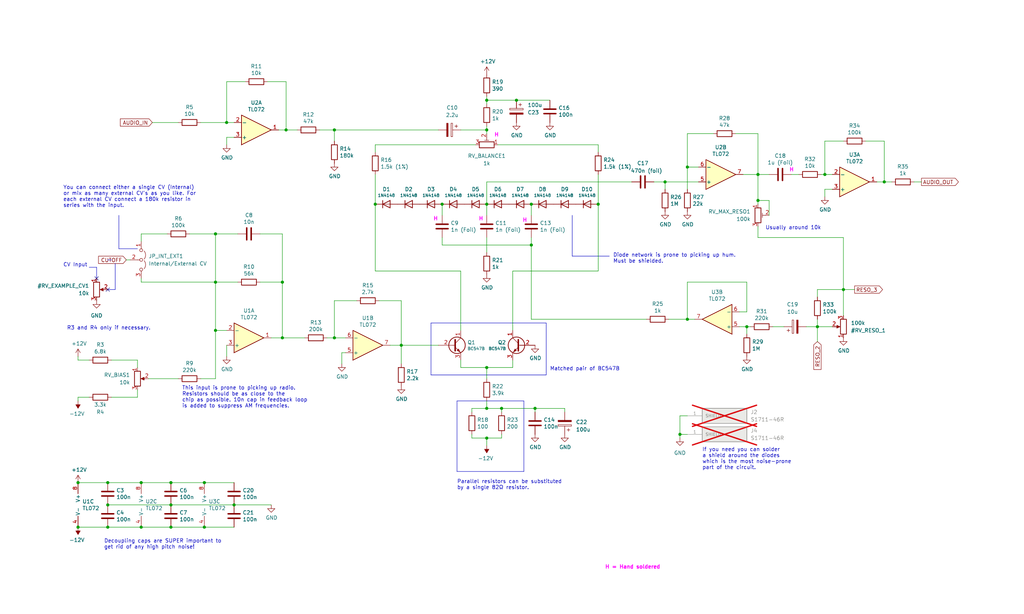
<source format=kicad_sch>
(kicad_sch (version 20231120) (generator "eeschema") (generator_version "8.0")
  (paper "User" 350.012 210.007)
  (title_block (title "Steiner-Parker VCF") (date "2022-04-02") (rev "1.0") (company "Shmøergh") (comment 1 "All resistors are 1% except when noted.") (comment 2 "Panel grounds to be star-linked on panel. See \"Power\" sheet for panel ground output."))
  (junction (at 234.95 57.15))
  (junction (at 48.26 180.34))
  (junction (at 288.29 99.06))
  (junction (at 96.52 96.52))
  (junction (at 227.33 62.23))
  (junction (at 73.66 80.01))
  (junction (at 36.83 180.34))
  (junction (at 259.08 59.69))
  (junction (at 58.42 165.1))
  (junction (at 232.41 148.59))
  (junction (at 181.61 69.85))
  (junction (at 73.66 113.03))
  (junction (at 96.52 115.57))
  (junction (at 114.3 115.57))
  (junction (at 166.37 44.45))
  (junction (at 302.26 62.23))
  (junction (at 26.67 180.34))
  (junction (at 73.66 96.52))
  (junction (at 128.27 69.85))
  (junction (at 166.37 125.73))
  (junction (at 234.95 109.22))
  (junction (at 166.37 139.7))
  (junction (at 69.85 180.34))
  (junction (at 166.37 149.86))
  (junction (at 48.26 165.1))
  (junction (at 69.85 165.1))
  (junction (at 171.45 139.7))
  (junction (at 80.01 172.72))
  (junction (at 166.37 69.85))
  (junction (at 166.37 34.29))
  (junction (at 204.47 69.85))
  (junction (at 181.61 83.82))
  (junction (at 77.47 41.91))
  (junction (at 58.42 180.34))
  (junction (at 176.53 34.29))
  (junction (at 58.42 172.72))
  (junction (at 97.79 44.45))
  (junction (at 137.16 118.11))
  (junction (at 26.67 165.1))
  (junction (at 279.4 111.76))
  (junction (at 114.3 44.45))
  (junction (at 281.94 59.69))
  (junction (at 182.88 139.7))
  (junction (at 259.08 68.58))
  (junction (at 36.83 172.72))
  (junction (at 151.13 69.85))
  (junction (at 255.27 111.76))
  (junction (at 36.83 165.1))
  (no_connect (at 33.02 95.25))
  (no_connect (at 36.83 99.06))
  (wire (pts (xy 288.29 81.28) (xy 288.29 99.06)))
  (wire (pts (xy 109.22 44.45) (xy 114.3 44.45)))
  (polyline (pts (xy 156.21 161.29) (xy 156.21 137.16)))
  (wire (pts (xy 73.66 129.54) (xy 73.66 113.03)))
  (wire (pts (xy 220.98 109.22) (xy 181.61 109.22)))
  (wire (pts (xy 259.08 81.28) (xy 288.29 81.28)))
  (wire (pts (xy 26.67 180.34) (xy 36.83 180.34)))
  (wire (pts (xy 26.67 123.19) (xy 30.48 123.19)))
  (wire (pts (xy 255.27 106.68) (xy 255.27 96.52)))
  (wire (pts (xy 48.26 180.34) (xy 58.42 180.34)))
  (wire (pts (xy 288.29 99.06) (xy 292.1 99.06)))
  (wire (pts (xy 116.84 120.65) (xy 116.84 124.46)))
  (wire (pts (xy 281.94 64.77) (xy 281.94 67.31)))
  (wire (pts (xy 281.94 48.26) (xy 281.94 59.69)))
  (wire (pts (xy 166.37 34.29) (xy 166.37 35.56)))
  (wire (pts (xy 175.26 125.73) (xy 175.26 123.19)))
  (wire (pts (xy 171.45 149.86) (xy 171.45 148.59)))
  (wire (pts (xy 73.66 113.03) (xy 77.47 113.03)))
  (wire (pts (xy 166.37 33.02) (xy 166.37 34.29)))
  (wire (pts (xy 181.61 109.22) (xy 181.61 83.82)))
  (wire (pts (xy 36.83 172.72) (xy 58.42 172.72)))
  (wire (pts (xy 48.26 96.52) (xy 73.66 96.52)))
  (wire (pts (xy 151.13 81.28) (xy 151.13 83.82)))
  (polyline (pts (xy 195.58 87.63) (xy 208.28 87.63)))
  (wire (pts (xy 68.58 129.54) (xy 73.66 129.54)))
  (wire (pts (xy 95.25 44.45) (xy 97.79 44.45)))
  (wire (pts (xy 166.37 62.23) (xy 215.9 62.23)))
  (wire (pts (xy 157.48 123.19) (xy 157.48 125.73)))
  (wire (pts (xy 284.48 64.77) (xy 281.94 64.77)))
  (wire (pts (xy 97.79 27.94) (xy 97.79 44.45)))
  (polyline (pts (xy 40.64 73.66) (xy 40.64 85.09)))
  (wire (pts (xy 50.8 129.54) (xy 60.96 129.54)))
  (wire (pts (xy 175.26 92.71) (xy 204.47 92.71)))
  (wire (pts (xy 129.54 102.87) (xy 137.16 102.87)))
  (wire (pts (xy 137.16 102.87) (xy 137.16 118.11)))
  (wire (pts (xy 161.29 139.7) (xy 161.29 140.97)))
  (wire (pts (xy 69.85 180.34) (xy 80.01 180.34)))
  (wire (pts (xy 204.47 49.53) (xy 204.47 52.07)))
  (wire (pts (xy 26.67 121.92) (xy 26.67 123.19)))
  (wire (pts (xy 58.42 172.72) (xy 80.01 172.72)))
  (wire (pts (xy 171.45 139.7) (xy 166.37 139.7)))
  (wire (pts (xy 176.53 34.29) (xy 187.96 34.29)))
  (polyline (pts (xy 186.69 128.27) (xy 147.32 128.27)))
  (wire (pts (xy 48.26 95.25) (xy 48.26 96.52)))
  (polyline (pts (xy 36.83 88.9) (xy 38.1 88.9)))
  (wire (pts (xy 243.84 45.72) (xy 234.95 45.72)))
  (wire (pts (xy 227.33 64.77) (xy 227.33 62.23)))
  (wire (pts (xy 96.52 115.57) (xy 92.71 115.57)))
  (wire (pts (xy 252.73 106.68) (xy 255.27 106.68)))
  (wire (pts (xy 128.27 49.53) (xy 128.27 52.07)))
  (wire (pts (xy 80.01 46.99) (xy 77.47 46.99)))
  (wire (pts (xy 166.37 43.18) (xy 166.37 44.45)))
  (wire (pts (xy 234.95 64.77) (xy 234.95 57.15)))
  (wire (pts (xy 259.08 77.47) (xy 259.08 81.28)))
  (wire (pts (xy 52.07 41.91) (xy 60.96 41.91)))
  (wire (pts (xy 77.47 27.94) (xy 77.47 41.91)))
  (wire (pts (xy 234.95 142.24) (xy 232.41 142.24)))
  (wire (pts (xy 302.26 62.23) (xy 299.72 62.23)))
  (wire (pts (xy 262.89 68.58) (xy 259.08 68.58)))
  (wire (pts (xy 193.04 139.7) (xy 182.88 139.7)))
  (polyline (pts (xy 36.83 99.06) (xy 39.37 99.06)))
  (wire (pts (xy 114.3 102.87) (xy 114.3 115.57)))
  (wire (pts (xy 279.4 99.06) (xy 288.29 99.06)))
  (wire (pts (xy 166.37 129.54) (xy 166.37 125.73)))
  (wire (pts (xy 161.29 149.86) (xy 166.37 149.86)))
  (wire (pts (xy 259.08 59.69) (xy 254 59.69)))
  (wire (pts (xy 166.37 137.16) (xy 166.37 139.7)))
  (wire (pts (xy 151.13 83.82) (xy 181.61 83.82)))
  (wire (pts (xy 137.16 124.46) (xy 137.16 118.11)))
  (wire (pts (xy 81.28 96.52) (xy 73.66 96.52)))
  (wire (pts (xy 80.01 172.72) (xy 92.71 172.72)))
  (wire (pts (xy 256.54 111.76) (xy 255.27 111.76)))
  (wire (pts (xy 166.37 139.7) (xy 161.29 139.7)))
  (wire (pts (xy 223.52 62.23) (xy 227.33 62.23)))
  (wire (pts (xy 77.47 118.11) (xy 77.47 121.92)))
  (wire (pts (xy 234.95 109.22) (xy 237.49 109.22)))
  (wire (pts (xy 48.26 165.1) (xy 58.42 165.1)))
  (polyline (pts (xy 39.37 90.17) (xy 39.37 99.06)))
  (wire (pts (xy 204.47 69.85) (xy 204.47 92.71)))
  (wire (pts (xy 259.08 59.69) (xy 259.08 68.58)))
  (wire (pts (xy 48.26 80.01) (xy 57.15 80.01)))
  (wire (pts (xy 166.37 152.4) (xy 166.37 149.86)))
  (polyline (pts (xy 33.02 91.44) (xy 33.02 95.25)))
  (wire (pts (xy 171.45 140.97) (xy 171.45 139.7)))
  (wire (pts (xy 166.37 81.28) (xy 166.37 86.36)))
  (wire (pts (xy 77.47 46.99) (xy 77.47 49.53)))
  (wire (pts (xy 96.52 96.52) (xy 96.52 115.57)))
  (wire (pts (xy 81.28 80.01) (xy 73.66 80.01)))
  (wire (pts (xy 128.27 69.85) (xy 128.27 92.71)))
  (wire (pts (xy 64.77 80.01) (xy 73.66 80.01)))
  (wire (pts (xy 166.37 44.45) (xy 166.37 45.72)))
  (wire (pts (xy 288.29 48.26) (xy 281.94 48.26)))
  (wire (pts (xy 175.26 113.03) (xy 175.26 92.71)))
  (wire (pts (xy 279.4 111.76) (xy 284.48 111.76)))
  (wire (pts (xy 96.52 80.01) (xy 96.52 96.52)))
  (wire (pts (xy 234.95 96.52) (xy 234.95 109.22)))
  (wire (pts (xy 267.97 111.76) (xy 264.16 111.76)))
  (wire (pts (xy 58.42 180.34) (xy 69.85 180.34)))
  (wire (pts (xy 118.11 120.65) (xy 116.84 120.65)))
  (wire (pts (xy 166.37 125.73) (xy 175.26 125.73)))
  (wire (pts (xy 295.91 48.26) (xy 302.26 48.26)))
  (wire (pts (xy 43.18 88.9) (xy 44.45 88.9)))
  (wire (pts (xy 251.46 45.72) (xy 259.08 45.72)))
  (wire (pts (xy 48.26 82.55) (xy 48.26 80.01)))
  (polyline (pts (xy 147.32 110.49) (xy 186.69 110.49)))
  (wire (pts (xy 182.88 139.7) (xy 182.88 140.97)))
  (wire (pts (xy 259.08 68.58) (xy 259.08 69.85)))
  (polyline (pts (xy 147.32 128.27) (xy 147.32 110.49)))
  (wire (pts (xy 204.47 59.69) (xy 204.47 69.85)))
  (wire (pts (xy 114.3 44.45) (xy 149.86 44.45)))
  (wire (pts (xy 161.29 148.59) (xy 161.29 149.86)))
  (wire (pts (xy 97.79 44.45) (xy 101.6 44.45)))
  (wire (pts (xy 69.85 165.1) (xy 80.01 165.1)))
  (wire (pts (xy 104.14 115.57) (xy 96.52 115.57)))
  (wire (pts (xy 162.56 49.53) (xy 128.27 49.53)))
  (wire (pts (xy 166.37 34.29) (xy 176.53 34.29)))
  (wire (pts (xy 279.4 101.6) (xy 279.4 99.06)))
  (wire (pts (xy 128.27 59.69) (xy 128.27 69.85)))
  (polyline (pts (xy 179.07 161.29) (xy 156.21 161.29)))
  (wire (pts (xy 232.41 148.59) (xy 232.41 149.86)))
  (wire (pts (xy 170.18 49.53) (xy 204.47 49.53)))
  (wire (pts (xy 281.94 59.69) (xy 284.48 59.69)))
  (wire (pts (xy 137.16 118.11) (xy 133.35 118.11)))
  (wire (pts (xy 255.27 111.76) (xy 252.73 111.76)))
  (wire (pts (xy 279.4 111.76) (xy 279.4 116.84)))
  (wire (pts (xy 262.89 73.66) (xy 262.89 68.58)))
  (polyline (pts (xy 186.69 110.49) (xy 186.69 128.27)))
  (wire (pts (xy 193.04 140.97) (xy 193.04 139.7)))
  (polyline (pts (xy 30.48 91.44) (xy 33.02 91.44)))
  (polyline (pts (xy 179.07 137.16) (xy 179.07 161.29)))
  (polyline (pts (xy 156.21 137.16) (xy 179.07 137.16)))
  (wire (pts (xy 304.8 62.23) (xy 302.26 62.23)))
  (wire (pts (xy 157.48 92.71) (xy 157.48 113.03)))
  (wire (pts (xy 36.83 165.1) (xy 48.26 165.1)))
  (wire (pts (xy 157.48 44.45) (xy 166.37 44.45)))
  (wire (pts (xy 181.61 83.82) (xy 181.61 81.28)))
  (wire (pts (xy 273.05 59.69) (xy 270.51 59.69)))
  (wire (pts (xy 182.88 139.7) (xy 171.45 139.7)))
  (wire (pts (xy 121.92 102.87) (xy 114.3 102.87)))
  (wire (pts (xy 114.3 115.57) (xy 118.11 115.57)))
  (wire (pts (xy 77.47 41.91) (xy 80.01 41.91)))
  (wire (pts (xy 255.27 114.3) (xy 255.27 111.76)))
  (wire (pts (xy 73.66 96.52) (xy 73.66 113.03)))
  (wire (pts (xy 302.26 48.26) (xy 302.26 62.23)))
  (wire (pts (xy 232.41 148.59) (xy 234.95 148.59)))
  (wire (pts (xy 46.99 123.19) (xy 46.99 125.73)))
  (wire (pts (xy 26.67 137.16) (xy 26.67 135.89)))
  (wire (pts (xy 114.3 48.26) (xy 114.3 44.45)))
  (wire (pts (xy 128.27 92.71) (xy 157.48 92.71)))
  (wire (pts (xy 36.83 165.1) (xy 26.67 165.1)))
  (wire (pts (xy 166.37 62.23) (xy 166.37 69.85)))
  (wire (pts (xy 280.67 59.69) (xy 281.94 59.69)))
  (wire (pts (xy 38.1 135.89) (xy 46.99 135.89)))
  (wire (pts (xy 46.99 135.89) (xy 46.99 133.35)))
  (wire (pts (xy 157.48 125.73) (xy 166.37 125.73)))
  (wire (pts (xy 88.9 96.52) (xy 96.52 96.52)))
  (wire (pts (xy 259.08 45.72) (xy 259.08 59.69)))
  (wire (pts (xy 151.13 73.66) (xy 151.13 69.85)))
  (wire (pts (xy 73.66 80.01) (xy 73.66 96.52)))
  (wire (pts (xy 36.83 180.34) (xy 48.26 180.34)))
  (wire (pts (xy 88.9 80.01) (xy 96.52 80.01)))
  (wire (pts (xy 255.27 96.52) (xy 234.95 96.52)))
  (wire (pts (xy 234.95 45.72) (xy 234.95 57.15)))
  (wire (pts (xy 149.86 118.11) (xy 137.16 118.11)))
  (wire (pts (xy 166.37 149.86) (xy 171.45 149.86)))
  (polyline (pts (xy 195.58 73.66) (xy 195.58 87.63)))
  (wire (pts (xy 314.96 62.23) (xy 312.42 62.23)))
  (wire (pts (xy 232.41 142.24) (xy 232.41 148.59)))
  (wire (pts (xy 181.61 73.66) (xy 181.61 69.85)))
  (polyline (pts (xy 40.64 85.09) (xy 46.99 85.09)))
  (wire (pts (xy 38.1 123.19) (xy 46.99 123.19)))
  (wire (pts (xy 228.6 109.22) (xy 234.95 109.22)))
  (wire (pts (xy 83.82 27.94) (xy 77.47 27.94)))
  (wire (pts (xy 262.89 59.69) (xy 259.08 59.69)))
  (wire (pts (xy 288.29 99.06) (xy 288.29 107.95)))
  (wire (pts (xy 58.42 165.1) (xy 69.85 165.1)))
  (wire (pts (xy 68.58 41.91) (xy 77.47 41.91)))
  (wire (pts (xy 275.59 111.76) (xy 279.4 111.76)))
  (wire (pts (xy 238.76 62.23) (xy 227.33 62.23)))
  (wire (pts (xy 166.37 69.85) (xy 166.37 73.66)))
  (wire (pts (xy 26.67 135.89) (xy 30.48 135.89)))
  (wire (pts (xy 234.95 57.15) (xy 238.76 57.15)))
  (wire (pts (xy 279.4 109.22) (xy 279.4 111.76)))
  (wire (pts (xy 91.44 27.94) (xy 97.79 27.94)))
  (wire (pts (xy 111.76 115.57) (xy 114.3 115.57)))
  (text "CV Input" (at 21.59 91.44 0) (effects (font (size 1.27 1.27)) (justify left bottom)))
  (text "H = Hand soldered" (at 206.756 194.818 0) (effects (font (size 1.27 1.27) (thickness 0.254) (bold yes)) (justify left bottom)))
  (text "This input is prone to picking up radio. \nResistors should be as close to the \nchip as possible. 10n cap in feedback loop\nis added to suppress AM frequencies." (at 62.23 139.7 0) (effects (font (size 1.27 1.27)) (justify left bottom)))
  (text "If you need you can solder \na shield around the diodes\nwhich is the most noise-prone\npart of the circuit." (at 240.03 160.782 0) (effects (font (size 1.27 1.27)) (justify left bottom)))
  (text "Decoupling caps are SUPER important to \nget rid of any high pitch noise!" (at 35.56 187.96 0) (effects (font (size 1.27 1.27)) (justify left bottom)))
  (text "Matched pair of BC547B" (at 187.96 127 0) (effects (font (size 1.27 1.27)) (justify left bottom)))
  (text "R3 and R4 only if necessary." (at 22.86 113.03 0) (effects (font (size 1.27 1.27)) (justify left bottom)))
  (text "Parallel resistors can be substituted\nby a single 82Ω resistor." (at 156.21 167.64 0) (effects (font (size 1.27 1.27)) (justify left bottom)))
  (text "H" (at 168.91 46.99 0) (effects (font (size 1.27 1.27) (thickness 0.254) (bold yes)) (justify left bottom)))
  (text "H" (at 269.748 58.928 0) (effects (font (size 1.27 1.27) (thickness 0.254) (bold yes)) (justify left bottom)))
  (text "H" (at 178.562 76.2 0) (effects (font (size 1.27 1.27) (thickness 0.254) (bold yes)) (justify left bottom)))
  (text "Usually around 10k" (at 261.62 78.74 0) (effects (font (size 1.27 1.27)) (justify left bottom)))
  (text "H" (at 148.082 75.692 0) (effects (font (size 1.27 1.27) (thickness 0.254) (bold yes)) (justify left bottom)))
  (text "H" (at 163.576 75.692 0) (effects (font (size 1.27 1.27) (thickness 0.254) (bold yes)) (justify left bottom)))
  (text "You can connect either a single CV (Internal)\nor mix as many external CV's as you like. For\neach external CV connect a 180k resistor in\nseries with the input." (at 21.59 71.12 0) (effects (font (size 1.27 1.27)) (justify left bottom)))
  (text "Diode network is prone to picking up hum. \nMust be shielded." (at 209.55 90.17 0) (effects (font (size 1.27 1.27)) (justify left bottom)))
  (global_label "AUDIO_OUT" (shape output) (at 314.96 62.23 0) (property "Intersheetrefs" "${INTERSHEET_REFS}" (effects (hide yes))))
  (global_label "AUDIO_IN" (shape input) (at 52.07 41.91 180) (property "Intersheetrefs" "${INTERSHEET_REFS}" (effects (hide yes))))
  (global_label "RESO_2" (shape input) (at 279.4 116.84 270) (property "Intersheetrefs" "${INTERSHEET_REFS}" (effects (hide yes))))
  (global_label "RESO_3" (shape output) (at 292.1 99.06 0) (property "Intersheetrefs" "${INTERSHEET_REFS}" (effects (hide yes))))
  (global_label "CUTOFF" (shape input) (at 43.18 88.9 180) (property "Intersheetrefs" "${INTERSHEET_REFS}" (effects (hide yes))))
  (symbol (lib_id "Amplifier_Operational:TL072") (at 85.09 115.57 0) (mirror x) (unit 1)
    (property "Reference" "U1" (at 85.09 106.2482 0))
    (property "Value" "TL072" (at 85.09 108.5596 0))
    (property "Footprint" "Package_SO:SOIC-8_3.9x4.9mm_P1.27mm" (effects (hide yes)))
    (property "Datasheet" "http://www.ti.com/lit/ds/symlink/tl071.pdf" (effects (hide yes)))
    (property "LCSC" "C6961" (effects (hide yes)))
    (property "Vendor" "JLCPCB" (effects (hide yes)))
  )
  (symbol (lib_id "Amplifier_Operational:TL072") (at 125.73 118.11 0) (mirror x) (unit 2)
    (property "Reference" "U1" (at 125.73 108.7882 0))
    (property "Value" "TL072" (at 125.73 111.0996 0))
    (property "Footprint" "Package_SO:SOIC-8_3.9x4.9mm_P1.27mm" (effects (hide yes)))
    (property "Datasheet" "http://www.ti.com/lit/ds/symlink/tl071.pdf" (effects (hide yes)))
    (property "LCSC" "C6961" (effects (hide yes)))
    (property "Vendor" "JLCPCB" (effects (hide yes)))
  )
  (symbol (lib_id "Amplifier_Operational:TL072") (at 29.21 172.72 0) (unit 3)
    (property "Reference" "U1" (at 28.1432 171.5516 0) (effects (justify left)))
    (property "Value" "TL072" (at 28.1432 173.863 0) (effects (justify left)))
    (property "Footprint" "Package_SO:SOIC-8_3.9x4.9mm_P1.27mm" (effects (hide yes)))
    (property "Datasheet" "http://www.ti.com/lit/ds/symlink/tl071.pdf" (effects (hide yes)))
    (property "LCSC" "C6961" (effects (hide yes)))
    (property "Vendor" "JLCPCB" (effects (hide yes)))
  )
  (symbol (lib_id "power:+12V") (at 26.67 165.1 0) (unit 1)
    (property "Reference" "#PWR012" (effects (hide yes)))
    (property "Value" "+12V" (at 27.051 160.7058 0))
  )
  (symbol (lib_id "power:-12V") (at 26.67 180.34 180) (unit 1)
    (property "Reference" "#PWR013" (effects (hide yes)))
    (property "Value" "-12V" (at 26.289 184.7342 0))
  )
  (symbol (lib_id "Device:C") (at 36.83 168.91 0) (unit 1)
    (property "Reference" "C3" (at 39.751 167.7416 0) (effects (justify left)))
    (property "Value" "100n" (at 39.751 170.053 0) (effects (justify left)))
    (property "Footprint" "Capacitor_SMD:C_0603_1608Metric_Pad1.08x0.95mm_HandSolder" (effects (hide yes)))
    (property "LCSC" "C14663" (effects (hide yes)))
    (property "Vendor" "JLCPCB" (effects (hide yes)))
  )
  (symbol (lib_id "power:GND") (at 92.71 172.72 0) (unit 1)
    (property "Reference" "#PWR021" (effects (hide yes)))
    (property "Value" "GND" (at 92.837 177.1142 0))
  )
  (symbol (lib_id "Device:R") (at 64.77 129.54 270) (unit 1)
    (property "Reference" "R9" (at 64.77 124.2822 90))
    (property "Value" "220k" (at 64.77 126.5936 90))
    (property "Footprint" "Resistor_SMD:R_0603_1608Metric_Pad0.98x0.95mm_HandSolder" (effects (hide yes)))
    (property "LCSC" "C22961" (effects (hide yes)))
    (property "Vendor" "JLCPCB" (effects (hide yes)))
  )
  (symbol (lib_id "Device:R") (at 34.29 123.19 270) (unit 1)
    (property "Reference" "R3" (at 34.29 117.9322 90))
    (property "Value" "6.8k" (at 34.29 120.2436 90))
    (property "Footprint" "Shmoergh_Custom_Footprints:R_Axial_DIN0207_L6.3mm_D2.5mm_P7.62mm_Horizontal" (effects (hide yes)))
    (property "Part No." "303-MF0W4FF6801B00 " (effects (hide yes)))
    (property "Part URL" "https://mou.sr/4gAS3Mw" (effects (hide yes)))
    (property "Vendor" "Mouser" (effects (hide yes)))
  )
  (symbol (lib_id "Device:R") (at 34.29 135.89 270) (unit 1)
    (property "Reference" "R4" (at 34.29 140.97 90))
    (property "Value" "3.3k" (at 34.29 138.43 90))
    (property "Footprint" "Shmoergh_Custom_Footprints:R_Axial_DIN0207_L6.3mm_D2.5mm_P7.62mm_Horizontal" (effects (hide yes)))
    (property "Part No." "303-CFR0W4J0332B00 " (effects (hide yes)))
    (property "Part URL" "https://mou.sr/41AgNQH" (effects (hide yes)))
    (property "Vendor" "Mouser" (effects (hide yes)))
  )
  (symbol (lib_id "power:-12V") (at 26.67 137.16 180) (unit 1)
    (property "Reference" "#PWR011" (effects (hide yes)))
    (property "Value" "-12V" (at 26.289 141.5542 0))
  )
  (symbol (lib_id "power:+12V") (at 26.67 121.92 0) (unit 1)
    (property "Reference" "#PWR010" (effects (hide yes)))
    (property "Value" "+12V" (at 27.051 117.5258 0))
  )
  (symbol (lib_id "power:GND") (at 77.47 121.92 0) (unit 1)
    (property "Reference" "#PWR023" (effects (hide yes)))
    (property "Value" "GND" (at 77.597 126.3142 0))
  )
  (symbol (lib_id "Device:R") (at 85.09 96.52 270) (unit 1)
    (property "Reference" "R10" (at 85.09 91.2622 90))
    (property "Value" "56k" (at 85.09 93.5736 90))
    (property "Footprint" "Resistor_SMD:R_0603_1608Metric_Pad0.98x0.95mm_HandSolder" (effects (hide yes)))
    (property "LCSC" "C23206" (effects (hide yes)))
    (property "Vendor" "JLCPCB" (effects (hide yes)))
  )
  (symbol (lib_id "Device:R") (at 107.95 115.57 270) (unit 1)
    (property "Reference" "R13" (at 107.95 110.3122 90))
    (property "Value" "200k" (at 107.95 112.6236 90))
    (property "Footprint" "Resistor_SMD:R_0603_1608Metric_Pad0.98x0.95mm_HandSolder" (effects (hide yes)))
    (property "LCSC" "C25811" (effects (hide yes)))
    (property "Vendor" "JLCPCB" (effects (hide yes)))
  )
  (symbol (lib_id "Device:R") (at 125.73 102.87 270) (unit 1)
    (property "Reference" "R15" (at 125.73 97.6122 90))
    (property "Value" "2.7k" (at 125.73 99.9236 90))
    (property "Footprint" "Resistor_SMD:R_0603_1608Metric_Pad0.98x0.95mm_HandSolder" (effects (hide yes)))
    (property "LCSC" "C13167" (effects (hide yes)))
    (property "Vendor" "JLCPCB" (effects (hide yes)))
  )
  (symbol (lib_id "Device:R") (at 137.16 128.27 0) (unit 1)
    (property "Reference" "R17" (at 138.938 127.1016 0) (effects (justify left)))
    (property "Value" "2.2k" (at 138.938 129.413 0) (effects (justify left)))
    (property "Footprint" "Resistor_SMD:R_0603_1608Metric_Pad0.98x0.95mm_HandSolder" (effects (hide yes)))
    (property "LCSC" "C4190" (effects (hide yes)))
    (property "Vendor" "JLCPCB" (effects (hide yes)))
  )
  (symbol (lib_id "power:GND") (at 137.16 132.08 0) (unit 1)
    (property "Reference" "#PWR026" (effects (hide yes)))
    (property "Value" "GND" (at 137.287 136.4742 0))
  )
  (symbol (lib_id "power:GND") (at 116.84 124.46 0) (unit 1)
    (property "Reference" "#PWR025" (effects (hide yes)))
    (property "Value" "GND" (at 116.967 128.8542 0))
  )
  (symbol (lib_id "Transistor_BJT:BC547") (at 154.94 118.11 0) (unit 1)
    (property "Reference" "Q1" (at 159.766 117.1448 0) (effects (justify left)))
    (property "Value" "BC547B" (at 159.766 119.253 0) (effects (font (size 0.9906 0.9906)) (justify left)))
    (property "Footprint" "Package_TO_SOT_THT:TO-92_Inline_Wide" (effects (hide yes)))
    (property "Datasheet" "https://www.onsemi.com/pub/Collateral/BC550-D.pdf" (effects (hide yes)))
    (property "Part No." "637-BC547B " (effects (hide yes)))
    (property "Part URL" "https://mou.sr/49DWqUL" (effects (hide yes)))
    (property "Vendor" "Mouser" (effects (hide yes)))
  )
  (symbol (lib_id "Transistor_BJT:BC547") (at 177.8 118.11 0) (mirror y) (unit 1) (in_bom no)
    (property "Reference" "Q2" (at 172.9486 117.1448 0) (effects (justify left)))
    (property "Value" "BC547B" (at 172.9486 119.253 0) (effects (font (size 0.9906 0.9906)) (justify left)))
    (property "Footprint" "Package_TO_SOT_THT:TO-92_Inline_Wide" (effects (hide yes)))
    (property "Datasheet" "https://www.onsemi.com/pub/Collateral/BC550-D.pdf" (effects (hide yes)))
    (property "Part No." "637-BC547B " (effects (hide yes)))
    (property "Part URL" "https://mou.sr/49DWqUL" (effects (hide yes)))
    (property "Vendor" "Mouser" (effects (hide yes)))
  )
  (symbol (lib_id "Device:R") (at 166.37 133.35 0) (unit 1)
    (property "Reference" "R22" (at 168.148 132.1816 0) (effects (justify left)))
    (property "Value" "3.9k" (at 168.148 134.493 0) (effects (justify left)))
    (property "Footprint" "Resistor_SMD:R_0603_1608Metric_Pad0.98x0.95mm_HandSolder" (effects (hide yes)))
    (property "LCSC" "C23018" (effects (hide yes)))
    (property "Vendor" "JLCPCB" (effects (hide yes)))
  )
  (symbol (lib_id "Device:R") (at 161.29 144.78 0) (unit 1)
    (property "Reference" "R18" (at 163.068 143.6116 0) (effects (justify left)))
    (property "Value" "100" (at 163.068 145.923 0) (effects (justify left)))
    (property "Footprint" "Resistor_SMD:R_0603_1608Metric_Pad0.98x0.95mm_HandSolder" (effects (hide yes)))
    (property "LCSC" "C22775" (effects (hide yes)))
    (property "Vendor" "JLCPCB" (effects (hide yes)))
  )
  (symbol (lib_id "Device:R") (at 171.45 144.78 0) (unit 1)
    (property "Reference" "R23" (at 173.228 143.6116 0) (effects (justify left)))
    (property "Value" "200" (at 173.228 145.923 0) (effects (justify left)))
    (property "Footprint" "Resistor_SMD:R_0603_1608Metric_Pad0.98x0.95mm_HandSolder" (effects (hide yes)))
    (property "LCSC" "C8218" (effects (hide yes)))
    (property "Vendor" "JLCPCB" (effects (hide yes)))
  )
  (symbol (lib_id "power:GND") (at 193.04 148.59 0) (unit 1)
    (property "Reference" "#PWR034" (effects (hide yes)))
    (property "Value" "GND" (at 193.167 152.9842 0))
  )
  (symbol (lib_id "Device:C") (at 151.13 77.47 0) (unit 1)
    (property "Reference" "C9" (at 154.051 76.3016 0) (effects (justify left)))
    (property "Value" "1n (Foil)" (at 154.051 78.613 0) (effects (justify left)))
    (property "Footprint" "Capacitor_THT:C_Rect_L7.0mm_W2.5mm_P5.00mm" (effects (hide yes)))
    (property "Part No." "80-R82EC1100SH50J " (effects (hide yes)))
    (property "Part URL" "https://mou.sr/3ZRLX4F" (effects (hide yes)))
    (property "Vendor" "Mouser" (effects (hide yes)))
  )
  (symbol (lib_id "Device:C") (at 166.37 77.47 0) (unit 1)
    (property "Reference" "C11" (at 169.291 76.3016 0) (effects (justify left)))
    (property "Value" "1n (Foil)" (at 169.291 78.613 0) (effects (justify left)))
    (property "Footprint" "Capacitor_THT:C_Rect_L7.0mm_W2.5mm_P5.00mm" (effects (hide yes)))
    (property "Part No." "80-R82EC1100SH50J " (effects (hide yes)))
    (property "Part URL" "https://mou.sr/3ZRLX4F" (effects (hide yes)))
    (property "Vendor" "Mouser" (effects (hide yes)))
  )
  (symbol (lib_id "Device:C") (at 181.61 77.47 0) (unit 1)
    (property "Reference" "C13" (at 184.531 76.3016 0) (effects (justify left)))
    (property "Value" "1n (Foil)" (at 184.531 78.613 0) (effects (justify left)))
    (property "Footprint" "Capacitor_THT:C_Rect_L7.0mm_W2.5mm_P5.00mm" (effects (hide yes)))
    (property "Part No." "80-R82EC1100SH50J " (effects (hide yes)))
    (property "Part URL" "https://mou.sr/3ZRLX4F" (effects (hide yes)))
    (property "Vendor" "Mouser" (effects (hide yes)))
  )
  (symbol (lib_id "Device:R") (at 166.37 90.17 0) (unit 1)
    (property "Reference" "R21" (at 168.148 89.0016 0) (effects (justify left)))
    (property "Value" "1k" (at 168.148 91.313 0) (effects (justify left)))
    (property "Footprint" "Resistor_SMD:R_0603_1608Metric_Pad0.98x0.95mm_HandSolder" (effects (hide yes)))
    (property "LCSC" "C21190" (effects (hide yes)))
    (property "Vendor" "JLCPCB" (effects (hide yes)))
  )
  (symbol (lib_id "power:GND") (at 166.37 93.98 0) (unit 1)
    (property "Reference" "#PWR028" (effects (hide yes)))
    (property "Value" "GND" (at 166.497 98.3742 0))
  )
  (symbol (lib_id "Device:D") (at 132.08 69.85 0) (unit 1)
    (property "Reference" "D1" (at 132.08 64.7446 0))
    (property "Value" "1N4148" (at 132.08 66.8528 0) (effects (font (size 0.9906 0.9906))))
    (property "Footprint" "Diode_SMD:D_SOD-123" (effects (hide yes)))
    (property "LCSC" "C81598" (effects (hide yes)))
    (property "Sim.Device" "D" (effects (hide yes)))
    (property "Sim.Pins" "1=K 2=A" (effects (hide yes)))
    (property "Vendor" "JLCPCB" (effects (hide yes)))
  )
  (symbol (lib_id "Device:R") (at 128.27 55.88 0) (unit 1)
    (property "Reference" "R16" (at 130.048 54.7116 0) (effects (justify left)))
    (property "Value" "1.5k (1%)" (at 130.048 57.023 0) (effects (justify left)))
    (property "Footprint" "Resistor_SMD:R_0603_1608Metric_Pad0.98x0.95mm_HandSolder" (effects (hide yes)))
    (property "LCSC" "C22843" (effects (hide yes)))
    (property "Vendor" "JLCPCB" (effects (hide yes)))
  )
  (symbol (lib_id "Device:R") (at 204.47 55.88 0) (unit 1)
    (property "Reference" "R24" (at 206.248 54.7116 0) (effects (justify left)))
    (property "Value" "1.5k (1%)" (at 206.248 57.023 0) (effects (justify left)))
    (property "Footprint" "Resistor_SMD:R_0603_1608Metric_Pad0.98x0.95mm_HandSolder" (effects (hide yes)))
    (property "LCSC" "C22843" (effects (hide yes)))
    (property "Vendor" "JLCPCB" (effects (hide yes)))
  )
  (symbol (lib_id "power:GND") (at 182.88 118.11 0) (unit 1)
    (property "Reference" "#PWR031" (effects (hide yes)))
    (property "Value" "GND" (at 183.007 122.5042 0))
  )
  (symbol (lib_id "power:-12V") (at 166.37 152.4 180) (unit 1)
    (property "Reference" "#PWR029" (effects (hide yes)))
    (property "Value" "-12V" (at 165.989 156.7942 0))
  )
  (symbol (lib_id "Device:R") (at 166.37 39.37 0) (unit 1)
    (property "Reference" "R20" (at 168.148 38.2016 0) (effects (justify left)))
    (property "Value" "1k" (at 168.148 40.513 0) (effects (justify left)))
    (property "Footprint" "Resistor_SMD:R_0603_1608Metric_Pad0.98x0.95mm_HandSolder" (effects (hide yes)))
    (property "LCSC" "C21190" (effects (hide yes)))
    (property "Vendor" "JLCPCB" (effects (hide yes)))
  )
  (symbol (lib_id "Device:R") (at 166.37 29.21 0) (unit 1)
    (property "Reference" "R19" (at 168.148 28.0416 0) (effects (justify left)))
    (property "Value" "390" (at 168.148 30.353 0) (effects (justify left)))
    (property "Footprint" "Resistor_SMD:R_0603_1608Metric_Pad0.98x0.95mm_HandSolder" (effects (hide yes)))
    (property "LCSC" "C23151" (effects (hide yes)))
    (property "Vendor" "JLCPCB" (effects (hide yes)))
  )
  (symbol (lib_id "power:GND") (at 176.53 41.91 0) (unit 1)
    (property "Reference" "#PWR030" (effects (hide yes)))
    (property "Value" "GND" (at 176.657 46.3042 0))
  )
  (symbol (lib_id "power:+12V") (at 166.37 25.4 0) (unit 1)
    (property "Reference" "#PWR027" (effects (hide yes)))
    (property "Value" "+12V" (at 166.751 21.0058 0))
  )
  (symbol (lib_id "Device:R") (at 114.3 52.07 0) (unit 1)
    (property "Reference" "R14" (at 116.078 50.9016 0) (effects (justify left)))
    (property "Value" "180k" (at 116.078 53.213 0) (effects (justify left)))
    (property "Footprint" "Resistor_SMD:R_0603_1608Metric_Pad0.98x0.95mm_HandSolder" (effects (hide yes)))
    (property "LCSC" "C3016400" (effects (hide yes)))
    (property "Vendor" "JLCPCB" (effects (hide yes)))
  )
  (symbol (lib_id "power:GND") (at 114.3 55.88 0) (unit 1)
    (property "Reference" "#PWR024" (effects (hide yes)))
    (property "Value" "GND" (at 114.427 60.2742 0))
  )
  (symbol (lib_id "Device:R") (at 105.41 44.45 270) (unit 1)
    (property "Reference" "R12" (at 105.41 39.1922 90))
    (property "Value" "47k" (at 105.41 41.5036 90))
    (property "Footprint" "Resistor_SMD:R_0603_1608Metric_Pad0.98x0.95mm_HandSolder" (effects (hide yes)))
    (property "LCSC" "C25819" (effects (hide yes)))
    (property "Vendor" "JLCPCB" (effects (hide yes)))
  )
  (symbol (lib_id "power:GND") (at 77.47 49.53 0) (unit 1)
    (property "Reference" "#PWR022" (effects (hide yes)))
    (property "Value" "GND" (at 77.597 53.9242 0))
  )
  (symbol (lib_id "Device:R") (at 87.63 27.94 270) (unit 1)
    (property "Reference" "R11" (at 87.63 22.6822 90))
    (property "Value" "10k" (at 87.63 24.9936 90))
    (property "Footprint" "Resistor_SMD:R_0603_1608Metric_Pad0.98x0.95mm_HandSolder" (effects (hide yes)))
    (property "LCSC" "C25804" (effects (hide yes)))
    (property "Vendor" "JLCPCB" (effects (hide yes)))
  )
  (symbol (lib_id "Device:R") (at 64.77 41.91 270) (unit 1)
    (property "Reference" "R5" (at 64.77 36.6522 90))
    (property "Value" "10k" (at 64.77 38.9636 90))
    (property "Footprint" "Resistor_SMD:R_0603_1608Metric_Pad0.98x0.95mm_HandSolder" (effects (hide yes)))
    (property "LCSC" "C25804" (effects (hide yes)))
    (property "Vendor" "JLCPCB" (effects (hide yes)))
  )
  (symbol (lib_id "Device:C") (at 219.71 62.23 270) (unit 1)
    (property "Reference" "C17" (at 219.71 55.8292 90))
    (property "Value" "470n (foil)" (at 220.98 58.42 90))
    (property "Footprint" "Capacitor_THT:C_Rect_L7.0mm_W3.5mm_P5.00mm" (effects (hide yes)))
    (property "Part No." "80-R82EC1470DQ50K " (effects (hide yes)))
    (property "Part URL" "https://mou.sr/4g5F5Xb" (effects (hide yes)))
    (property "Vendor" "Mouser" (effects (hide yes)))
  )
  (symbol (lib_id "Device:R") (at 227.33 68.58 0) (unit 1)
    (property "Reference" "R26" (at 229.108 67.4116 0) (effects (justify left)))
    (property "Value" "1M" (at 229.108 69.723 0) (effects (justify left)))
    (property "Footprint" "Resistor_SMD:R_0603_1608Metric_Pad0.98x0.95mm_HandSolder" (effects (hide yes)))
    (property "LCSC" "C22935" (effects (hide yes)))
    (property "Vendor" "JLCPCB" (effects (hide yes)))
  )
  (symbol (lib_id "power:GND") (at 227.33 72.39 0) (unit 1)
    (property "Reference" "#PWR035" (effects (hide yes)))
    (property "Value" "GND" (at 227.457 76.7842 0))
  )
  (symbol (lib_id "Device:R") (at 234.95 68.58 0) (unit 1)
    (property "Reference" "R27" (at 236.728 67.4116 0) (effects (justify left)))
    (property "Value" "22k" (at 236.728 69.723 0) (effects (justify left)))
    (property "Footprint" "Resistor_SMD:R_0603_1608Metric_Pad0.98x0.95mm_HandSolder" (effects (hide yes)))
    (property "LCSC" "C31850" (effects (hide yes)))
    (property "Vendor" "JLCPCB" (effects (hide yes)))
  )
  (symbol (lib_id "power:GND") (at 234.95 72.39 0) (unit 1)
    (property "Reference" "#PWR036" (effects (hide yes)))
    (property "Value" "GND" (at 235.077 76.7842 0))
  )
  (symbol (lib_id "Device:R") (at 247.65 45.72 270) (unit 1)
    (property "Reference" "R28" (at 247.65 40.4622 90))
    (property "Value" "47k" (at 247.65 42.7736 90))
    (property "Footprint" "Resistor_SMD:R_0603_1608Metric_Pad0.98x0.95mm_HandSolder" (effects (hide yes)))
    (property "LCSC" "C25819" (effects (hide yes)))
    (property "Vendor" "JLCPCB" (effects (hide yes)))
  )
  (symbol (lib_id "Device:R") (at 276.86 59.69 270) (unit 1)
    (property "Reference" "R32" (at 276.86 54.4322 90))
    (property "Value" "10k" (at 276.86 56.7436 90))
    (property "Footprint" "Resistor_SMD:R_0603_1608Metric_Pad0.98x0.95mm_HandSolder" (effects (hide yes)))
    (property "LCSC" "C25804" (effects (hide yes)))
    (property "Vendor" "JLCPCB" (effects (hide yes)))
  )
  (symbol (lib_id "power:GND") (at 281.94 67.31 0) (unit 1)
    (property "Reference" "#PWR038" (effects (hide yes)))
    (property "Value" "GND" (at 282.067 71.7042 0))
  )
  (symbol (lib_id "Device:R") (at 292.1 48.26 270) (unit 1)
    (property "Reference" "R34" (at 292.1 43.0022 90))
    (property "Value" "100k" (at 292.1 45.3136 90))
    (property "Footprint" "Resistor_SMD:R_0603_1608Metric_Pad0.98x0.95mm_HandSolder" (effects (hide yes)))
    (property "LCSC" "C25803" (effects (hide yes)))
    (property "Vendor" "JLCPCB" (effects (hide yes)))
  )
  (symbol (lib_id "Device:R") (at 308.61 62.23 270) (unit 1)
    (property "Reference" "R35" (at 308.61 56.9722 90))
    (property "Value" "1k" (at 308.61 59.2836 90))
    (property "Footprint" "Resistor_SMD:R_0603_1608Metric_Pad0.98x0.95mm_HandSolder" (effects (hide yes)))
    (property "LCSC" "C21190" (effects (hide yes)))
    (property "Vendor" "JLCPCB" (effects (hide yes)))
  )
  (symbol (lib_id "Device:R") (at 279.4 105.41 0) (unit 1)
    (property "Reference" "R33" (at 281.178 104.2416 0) (effects (justify left)))
    (property "Value" "100k" (at 281.178 106.553 0) (effects (justify left)))
    (property "Footprint" "Resistor_SMD:R_0603_1608Metric_Pad0.98x0.95mm_HandSolder" (effects (hide yes)))
    (property "LCSC" "C25803" (effects (hide yes)))
    (property "Vendor" "JLCPCB" (effects (hide yes)))
  )
  (symbol (lib_id "power:GND") (at 288.29 115.57 0) (unit 1)
    (property "Reference" "#PWR039" (effects (hide yes)))
    (property "Value" "GND" (at 288.417 119.9642 0))
  )
  (symbol (lib_id "Device:R") (at 260.35 111.76 270) (unit 1)
    (property "Reference" "R31" (at 260.35 106.5022 90))
    (property "Value" "220k" (at 260.35 108.8136 90))
    (property "Footprint" "Resistor_SMD:R_0603_1608Metric_Pad0.98x0.95mm_HandSolder" (effects (hide yes)))
    (property "LCSC" "C22961" (effects (hide yes)))
    (property "Vendor" "JLCPCB" (effects (hide yes)))
  )
  (symbol (lib_id "Device:R") (at 255.27 118.11 0) (unit 1)
    (property "Reference" "R29" (at 257.048 116.9416 0) (effects (justify left)))
    (property "Value" "1M" (at 257.048 119.253 0) (effects (justify left)))
    (property "Footprint" "Resistor_SMD:R_0603_1608Metric_Pad0.98x0.95mm_HandSolder" (effects (hide yes)))
    (property "LCSC" "C22935" (effects (hide yes)))
    (property "Vendor" "JLCPCB" (effects (hide yes)))
  )
  (symbol (lib_id "power:GND") (at 255.27 121.92 0) (unit 1)
    (property "Reference" "#PWR037" (effects (hide yes)))
    (property "Value" "GND" (at 255.397 126.3142 0))
  )
  (symbol (lib_id "Device:R") (at 224.79 109.22 270) (unit 1)
    (property "Reference" "R25" (at 224.79 103.9622 90))
    (property "Value" "1k" (at 224.79 106.2736 90))
    (property "Footprint" "Resistor_SMD:R_0603_1608Metric_Pad0.98x0.95mm_HandSolder" (effects (hide yes)))
    (property "LCSC" "C21190" (effects (hide yes)))
    (property "Vendor" "JLCPCB" (effects (hide yes)))
  )
  (symbol (lib_id "Device:R") (at 60.96 80.01 270) (unit 1)
    (property "Reference" "R6" (at 60.96 74.7522 90))
    (property "Value" "100k" (at 60.96 77.0636 90))
    (property "Footprint" "Resistor_SMD:R_0603_1608Metric_Pad0.98x0.95mm_HandSolder" (effects (hide yes)))
    (property "LCSC" "C25803" (effects (hide yes)))
    (property "Vendor" "JLCPCB" (effects (hide yes)))
  )
  (symbol (lib_id "power:GND") (at 182.88 148.59 0) (unit 1)
    (property "Reference" "#PWR032" (effects (hide yes)))
    (property "Value" "GND" (at 183.007 152.9842 0))
  )
  (symbol (lib_id "power:GND") (at 187.96 41.91 0) (unit 1)
    (property "Reference" "#PWR033" (effects (hide yes)))
    (property "Value" "GND" (at 188.087 46.3042 0))
  )
  (symbol (lib_id "Device:C") (at 85.09 80.01 270) (unit 1)
    (property "Reference" "C8" (at 85.09 73.6092 90))
    (property "Value" "10n" (at 85.09 75.9206 90))
    (property "Footprint" "Capacitor_SMD:C_0603_1608Metric_Pad1.08x0.95mm_HandSolder" (effects (hide yes)))
    (property "LCSC" "C57112" (effects (hide yes)))
    (property "Vendor" "JLCPCB" (effects (hide yes)))
  )
  (symbol (lib_id "Device:C") (at 266.7 59.69 270) (unit 1)
    (property "Reference" "C18" (at 266.7 53.2892 90))
    (property "Value" "1u (Foil)" (at 266.7 55.6006 90))
    (property "Footprint" "Capacitor_THT:C_Rect_L7.0mm_W4.5mm_P5.00mm" (effects (hide yes)))
    (property "Part No." "80-R82EC4100Z370K " (effects (hide yes)))
    (property "Part URL" "https://mou.sr/3ZROEn2" (effects (hide yes)))
    (property "Vendor" "Mouser" (effects (hide yes)))
  )
  (symbol (lib_id "Device:R_Potentiometer_Trim") (at 166.37 49.53 270) (mirror x) (unit 1)
    (property "Reference" "RV_BALANCE1" (at 166.37 53.34 90))
    (property "Value" "1k" (at 166.37 55.88 90))
    (property "Footprint" "Potentiometer_THT:Potentiometer_ACP_CA6-H2,5_Horizontal" (effects (hide yes)))
    (property "Part No." "531-PT6KH-1K " (effects (hide yes)))
    (property "Part URL" "https://mou.sr/3DgNY1x" (effects (hide yes)))
    (property "Vendor" "Mouser" (effects (hide yes)))
  )
  (symbol (lib_id "Amplifier_Operational:TL072") (at 72.39 172.72 0) (unit 3)
    (property "Reference" "U3" (at 71.3232 171.5516 0) (effects (justify left)))
    (property "Value" "TL072" (at 71.3232 173.863 0) (effects (justify left)))
    (property "Footprint" "Package_SO:SOIC-8_3.9x4.9mm_P1.27mm" (effects (hide yes)))
    (property "Datasheet" "http://www.ti.com/lit/ds/symlink/tl071.pdf" (effects (hide yes)))
    (property "LCSC" "C6961" (effects (hide yes)))
    (property "Vendor" "JLCPCB" (effects (hide yes)))
  )
  (symbol (lib_id "Device:C_Polarized") (at 193.04 144.78 180) (unit 1)
    (property "Reference" "C22" (at 196.85 144.399 0) (effects (justify right)))
    (property "Value" "100u" (at 196.85 146.939 0) (effects (justify right)))
    (property "Footprint" "Capacitor_SMD:CP_Elec_6.3x7.7" (effects (hide yes)))
    (property "Vendor" "JLCPCB" (effects (hide yes)))
    (property "LCSC" "C2836437" (effects (hide yes)))
    (property "FT Rotation Offset" "180" (effects (hide yes)))
  )
  (symbol (lib_id "Device:R_Potentiometer") (at 33.02 99.06 0) (unit 1)
    (property "Reference" "#RV_EXAMPLE_CV1" (at 30.48 97.7899 0) (effects (justify right)))
    (property "Value" "10k" (at 30.48 100.3299 0) (effects (justify right)))
    (property "Footprint" "Shmoergh_Manual_PCB:NSL25_01x03_Vertical" (effects (hide yes)))
  )
  (symbol (lib_id "Amplifier_Operational:TL072") (at 245.11 109.22 180) (unit 2)
    (property "Reference" "U3" (at 245.11 99.8982 0))
    (property "Value" "TL072" (at 245.11 102.2096 0))
    (property "Footprint" "Package_SO:SOIC-8_3.9x4.9mm_P1.27mm" (effects (hide yes)))
    (property "Datasheet" "http://www.ti.com/lit/ds/symlink/tl071.pdf" (effects (hide yes)))
    (property "LCSC" "C6961" (effects (hide yes)))
    (property "Vendor" "JLCPCB" (effects (hide yes)))
  )
  (symbol (lib_id "Shmoergh-Custom-Components:S1711-46R") (at 247.65 148.59 0) (unit 1) (in_bom no) (dnp yes)
    (property "Reference" "J4" (at 256.54 147.32 0) (effects (justify left)))
    (property "Value" "S1711-46R" (at 256.54 149.86 0) (effects (justify left)))
    (property "Footprint" "Shmoergh_Custom_Footprints:HARWIN_S1711-46R" (effects (hide yes)))
    (property "Description" "RFI SHIELD CLIP TIN SMD" (effects (hide yes)))
    (property "MF" "Harwin Inc." (effects (hide yes)))
    (property "MAXIMUM_PACKAGE_HEIGHT" "3.55mm" (effects (hide yes)))
    (property "Package" "None" (effects (hide yes)))
    (property "Price" "None" (effects (hide yes)))
    (property "Check_prices" "https://www.snapeda.com/parts/S1711-46R/Harwin+Inc./view-part/?ref=eda" (effects (hide yes)))
    (property "STANDARD" "Manufacturer Recommendations" (effects (hide yes)))
    (property "PARTREV" "23/10/18" (effects (hide yes)))
    (property "SnapEDA_Link" "https://www.snapeda.com/parts/S1711-46R/Harwin+Inc./view-part/?ref=snap" (effects (hide yes)))
    (property "MP" "S1711-46R" (effects (hide yes)))
    (property "Purchase-URL" "https://www.snapeda.com/api/url_track_click_mouser/?unipart_id=2172610&manufacturer=Harwin Inc.&part_name=S1711-46R&search_term=None" (effects (hide yes)))
    (property "Availability" "In Stock" (effects (hide yes)))
    (property "MANUFACTURER" "Harwin" (effects (hide yes)))
  )
  (symbol (lib_id "Device:C") (at 58.42 168.91 0) (unit 1)
    (property "Reference" "C6" (at 61.341 167.7416 0) (effects (justify left)))
    (property "Value" "100n" (at 61.341 170.053 0) (effects (justify left)))
    (property "Footprint" "Capacitor_SMD:C_0603_1608Metric_Pad1.08x0.95mm_HandSolder" (effects (hide yes)))
    (property "LCSC" "C14663" (effects (hide yes)))
    (property "Vendor" "JLCPCB" (effects (hide yes)))
  )
  (symbol (lib_id "Device:C") (at 58.42 176.53 0) (unit 1)
    (property "Reference" "C7" (at 61.341 175.3616 0) (effects (justify left)))
    (property "Value" "100n" (at 61.341 177.673 0) (effects (justify left)))
    (property "Footprint" "Capacitor_SMD:C_0603_1608Metric_Pad1.08x0.95mm_HandSolder" (effects (hide yes)))
    (property "LCSC" "C14663" (effects (hide yes)))
    (property "Vendor" "JLCPCB" (effects (hide yes)))
  )
  (symbol (lib_id "Device:R_Potentiometer_Trim") (at 259.08 73.66 0) (unit 1)
    (property "Reference" "RV_MAX_RESO1" (at 256.54 72.3899 0) (effects (justify right)))
    (property "Value" "100k" (at 256.54 74.9299 0) (effects (justify right)))
    (property "Footprint" "Potentiometer_THT:Potentiometer_ACP_CA6-H2,5_Horizontal" (effects (hide yes)))
    (property "Part No." "531-PT6KH104A1010PM " (effects (hide yes)))
    (property "Part URL" "https://mou.sr/3OVlmh2" (effects (hide yes)))
    (property "Vendor" "Mouser" (effects (hide yes)))
  )
  (symbol (lib_id "Device:C_Polarized") (at 176.53 38.1 0) (mirror y) (unit 1)
    (property "Reference" "C23" (at 180.34 38.481 0) (effects (justify right)))
    (property "Value" "100u" (at 180.34 35.941 0) (effects (justify right)))
    (property "Footprint" "Capacitor_SMD:CP_Elec_6.3x7.7" (effects (hide yes)))
    (property "Vendor" "JLCPCB" (effects (hide yes)))
    (property "LCSC" "C2836437" (effects (hide yes)))
    (property "FT Rotation Offset" "180" (effects (hide yes)))
  )
  (symbol (lib_id "Device:D") (at 147.32 69.85 0) (unit 1)
    (property "Reference" "D3" (at 147.32 64.7446 0))
    (property "Value" "1N4148" (at 147.32 66.8528 0) (effects (font (size 0.9906 0.9906))))
    (property "Footprint" "Diode_SMD:D_SOD-123" (effects (hide yes)))
    (property "LCSC" "C81598" (effects (hide yes)))
    (property "Sim.Device" "D" (effects (hide yes)))
    (property "Sim.Pins" "1=K 2=A" (effects (hide yes)))
    (property "Vendor" "JLCPCB" (effects (hide yes)))
  )
  (symbol (lib_id "Jumper:Jumper_3_Open") (at 48.26 88.9 270) (unit 1)
    (property "Reference" "JP_INT_EXT1" (at 50.8 87.6299 90) (effects (justify left)))
    (property "Value" "Internal/External CV" (at 50.8 90.1699 90) (effects (justify left)))
    (property "Footprint" "Connector_PinSocket_2.54mm:PinSocket_1x03_P2.54mm_Vertical" (effects (hide yes)))
    (property "Part No." "737-PH1-20-UA " (effects (hide yes)))
    (property "Part URL" "https://mou.sr/4gqTRHQ" (effects (hide yes)))
    (property "Vendor" "Mouser" (effects (hide yes)))
  )
  (symbol (lib_id "Device:R_Potentiometer") (at 46.99 129.54 0) (unit 1)
    (property "Reference" "RV_BIAS1" (at 44.45 128.2699 0) (effects (justify right)))
    (property "Value" "10k" (at 44.45 130.8099 0) (effects (justify right)))
    (property "Footprint" "Potentiometer_THT:Potentiometer_ACP_CA6-H2,5_Horizontal" (effects (hide yes)))
    (property "Part No." "531-PT6KH-10K " (effects (hide yes)))
    (property "Part URL" "https://mou.sr/49CavSt" (effects (hide yes)))
    (property "Vendor" "Mouser" (effects (hide yes)))
  )
  (symbol (lib_id "Device:R_Potentiometer") (at 288.29 111.76 180) (unit 1) (in_bom no)
    (property "Reference" "#RV_RESO_1" (at 290.83 113.03 0) (effects (justify right)))
    (property "Value" "100k" (at 290.83 110.49 0) (effects (justify right)))
    (property "Footprint" "Connector_PinHeader_2.54mm:PinHeader_1x03_P2.54mm_Vertical" (effects (hide yes)))
  )
  (symbol (lib_id "Amplifier_Operational:TL072") (at 87.63 44.45 0) (mirror x) (unit 1)
    (property "Reference" "U2" (at 87.63 35.1282 0))
    (property "Value" "TL072" (at 87.63 37.4396 0))
    (property "Footprint" "Package_SO:SOIC-8_3.9x4.9mm_P1.27mm" (effects (hide yes)))
    (property "Datasheet" "http://www.ti.com/lit/ds/symlink/tl071.pdf" (effects (hide yes)))
    (property "LCSC" "C6961" (effects (hide yes)))
    (property "Vendor" "JLCPCB" (effects (hide yes)))
  )
  (symbol (lib_id "Amplifier_Operational:TL072") (at 50.8 172.72 0) (unit 3)
    (property "Reference" "U2" (at 49.7332 171.5516 0) (effects (justify left)))
    (property "Value" "TL072" (at 49.7332 173.863 0) (effects (justify left)))
    (property "Footprint" "Package_SO:SOIC-8_3.9x4.9mm_P1.27mm" (effects (hide yes)))
    (property "Datasheet" "http://www.ti.com/lit/ds/symlink/tl071.pdf" (effects (hide yes)))
    (property "LCSC" "C6961" (effects (hide yes)))
    (property "Vendor" "JLCPCB" (effects (hide yes)))
  )
  (symbol (lib_id "Device:C_Polarized") (at 153.67 44.45 270) (unit 1)
    (property "Reference" "C10" (at 154.559 36.83 90))
    (property "Value" "2.2u" (at 154.559 39.37 90))
    (property "Footprint" "Capacitor_SMD:CP_Elec_4x5.4" (effects (hide yes)))
    (property "Vendor" "JLCPCB" (effects (hide yes)))
    (property "LCSC" "C43242" (effects (hide yes)))
    (property "FT Rotation Offset" "180" (effects (hide yes)))
  )
  (symbol (lib_id "power:GND") (at 232.41 149.86 0) (unit 1)
    (property "Reference" "#PWR014" (effects (hide yes)))
    (property "Value" "GND" (at 232.41 154.94 0))
  )
  (symbol (lib_id "Device:D") (at 154.94 69.85 0) (unit 1)
    (property "Reference" "D4" (at 154.94 64.7446 0))
    (property "Value" "1N4148" (at 154.94 66.8528 0) (effects (font (size 0.9906 0.9906))))
    (property "Footprint" "Diode_SMD:D_SOD-123" (effects (hide yes)))
    (property "LCSC" "C81598" (effects (hide yes)))
    (property "Sim.Device" "D" (effects (hide yes)))
    (property "Sim.Pins" "1=K 2=A" (effects (hide yes)))
    (property "Vendor" "JLCPCB" (effects (hide yes)))
  )
  (symbol (lib_id "Device:D") (at 170.18 69.85 0) (unit 1)
    (property "Reference" "D6" (at 170.18 64.7446 0))
    (property "Value" "1N4148" (at 170.18 66.8528 0) (effects (font (size 0.9906 0.9906))))
    (property "Footprint" "Diode_SMD:D_SOD-123" (effects (hide yes)))
    (property "LCSC" "C81598" (effects (hide yes)))
    (property "Sim.Device" "D" (effects (hide yes)))
    (property "Sim.Pins" "1=K 2=A" (effects (hide yes)))
    (property "Vendor" "JLCPCB" (effects (hide yes)))
  )
  (symbol (lib_id "Device:C") (at 80.01 176.53 0) (unit 1)
    (property "Reference" "C21" (at 82.931 175.3616 0) (effects (justify left)))
    (property "Value" "100n" (at 82.931 177.673 0) (effects (justify left)))
    (property "Footprint" "Capacitor_SMD:C_0603_1608Metric_Pad1.08x0.95mm_HandSolder" (effects (hide yes)))
    (property "LCSC" "C14663" (effects (hide yes)))
    (property "Vendor" "JLCPCB" (effects (hide yes)))
  )
  (symbol (lib_id "Amplifier_Operational:TL072") (at 292.1 62.23 0) (mirror x) (unit 1)
    (property "Reference" "U3" (at 292.1 52.9082 0))
    (property "Value" "TL072" (at 292.1 55.2196 0))
    (property "Footprint" "Package_SO:SOIC-8_3.9x4.9mm_P1.27mm" (effects (hide yes)))
    (property "Datasheet" "http://www.ti.com/lit/ds/symlink/tl071.pdf" (effects (hide yes)))
    (property "LCSC" "C6961" (effects (hide yes)))
    (property "Vendor" "JLCPCB" (effects (hide yes)))
  )
  (symbol (lib_id "Device:C") (at 187.96 38.1 0) (unit 1)
    (property "Reference" "C16" (at 190.881 36.9316 0) (effects (justify left)))
    (property "Value" "100n" (at 190.881 39.243 0) (effects (justify left)))
    (property "Footprint" "Capacitor_SMD:C_0603_1608Metric_Pad1.08x0.95mm_HandSolder" (effects (hide yes)))
    (property "LCSC" "C14663" (effects (hide yes)))
    (property "Vendor" "JLCPCB" (effects (hide yes)))
  )
  (symbol (lib_id "Device:D") (at 200.66 69.85 0) (unit 1)
    (property "Reference" "D10" (at 200.66 64.7446 0))
    (property "Value" "1N4148" (at 200.66 66.8528 0) (effects (font (size 0.9906 0.9906))))
    (property "Footprint" "Diode_SMD:D_SOD-123" (effects (hide yes)))
    (property "LCSC" "C81598" (effects (hide yes)))
    (property "Sim.Device" "D" (effects (hide yes)))
    (property "Sim.Pins" "1=K 2=A" (effects (hide yes)))
    (property "Vendor" "JLCPCB" (effects (hide yes)))
  )
  (symbol (lib_id "Shmoergh-Custom-Components:S1711-46R") (at 247.65 142.24 0) (unit 1) (in_bom no) (dnp yes)
    (property "Reference" "J2" (at 256.54 140.97 0) (effects (justify left)))
    (property "Value" "S1711-46R" (at 256.54 143.51 0) (effects (justify left)))
    (property "Footprint" "Shmoergh_Custom_Footprints:HARWIN_S1711-46R" (effects (hide yes)))
    (property "Description" "RFI SHIELD CLIP TIN SMD" (effects (hide yes)))
    (property "MF" "Harwin Inc." (effects (hide yes)))
    (property "MAXIMUM_PACKAGE_HEIGHT" "3.55mm" (effects (hide yes)))
    (property "Package" "None" (effects (hide yes)))
    (property "Price" "None" (effects (hide yes)))
    (property "Check_prices" "https://www.snapeda.com/parts/S1711-46R/Harwin+Inc./view-part/?ref=eda" (effects (hide yes)))
    (property "STANDARD" "Manufacturer Recommendations" (effects (hide yes)))
    (property "PARTREV" "23/10/18" (effects (hide yes)))
    (property "SnapEDA_Link" "https://www.snapeda.com/parts/S1711-46R/Harwin+Inc./view-part/?ref=snap" (effects (hide yes)))
    (property "MP" "S1711-46R" (effects (hide yes)))
    (property "Purchase-URL" "https://www.snapeda.com/api/url_track_click_mouser/?unipart_id=2172610&manufacturer=Harwin Inc.&part_name=S1711-46R&search_term=None" (effects (hide yes)))
    (property "Availability" "In Stock" (effects (hide yes)))
    (property "MANUFACTURER" "Harwin" (effects (hide yes)))
  )
  (symbol (lib_id "power:GND") (at 33.02 102.87 0) (unit 1)
    (property "Reference" "#PWR0101" (effects (hide yes)))
    (property "Value" "GND" (at 33.02 107.95 0))
  )
  (symbol (lib_id "Device:C") (at 36.83 176.53 0) (unit 1)
    (property "Reference" "C4" (at 39.751 175.3616 0) (effects (justify left)))
    (property "Value" "100n" (at 39.751 177.673 0) (effects (justify left)))
    (property "Footprint" "Capacitor_SMD:C_0603_1608Metric_Pad1.08x0.95mm_HandSolder" (effects (hide yes)))
    (property "LCSC" "C14663" (effects (hide yes)))
    (property "Vendor" "JLCPCB" (effects (hide yes)))
  )
  (symbol (lib_id "Device:C") (at 182.88 144.78 0) (unit 1)
    (property "Reference" "C14" (at 185.801 143.6116 0) (effects (justify left)))
    (property "Value" "100n" (at 185.801 145.923 0) (effects (justify left)))
    (property "Footprint" "Capacitor_SMD:C_0603_1608Metric_Pad1.08x0.95mm_HandSolder" (effects (hide yes)))
    (property "LCSC" "C14663" (effects (hide yes)))
    (property "Vendor" "JLCPCB" (effects (hide yes)))
  )
  (symbol (lib_id "Device:D") (at 185.42 69.85 0) (unit 1)
    (property "Reference" "D8" (at 185.42 64.7446 0))
    (property "Value" "1N4148" (at 185.42 66.8528 0) (effects (font (size 0.9906 0.9906))))
    (property "Footprint" "Diode_SMD:D_SOD-123" (effects (hide yes)))
    (property "LCSC" "C81598" (effects (hide yes)))
    (property "Sim.Device" "D" (effects (hide yes)))
    (property "Sim.Pins" "1=K 2=A" (effects (hide yes)))
    (property "Vendor" "JLCPCB" (effects (hide yes)))
  )
  (symbol (lib_id "Device:C") (at 80.01 168.91 0) (unit 1)
    (property "Reference" "C20" (at 82.931 167.7416 0) (effects (justify left)))
    (property "Value" "100n" (at 82.931 170.053 0) (effects (justify left)))
    (property "Footprint" "Capacitor_SMD:C_0603_1608Metric_Pad1.08x0.95mm_HandSolder" (effects (hide yes)))
    (property "LCSC" "C14663" (effects (hide yes)))
    (property "Vendor" "JLCPCB" (effects (hide yes)))
  )
  (symbol (lib_id "Device:D") (at 139.7 69.85 0) (unit 1)
    (property "Reference" "D2" (at 139.7 64.7446 0))
    (property "Value" "1N4148" (at 139.7 66.8528 0) (effects (font (size 0.9906 0.9906))))
    (property "Footprint" "Diode_SMD:D_SOD-123" (effects (hide yes)))
    (property "LCSC" "C81598" (effects (hide yes)))
    (property "Sim.Device" "D" (effects (hide yes)))
    (property "Sim.Pins" "1=K 2=A" (effects (hide yes)))
    (property "Vendor" "JLCPCB" (effects (hide yes)))
  )
  (symbol (lib_id "Device:C_Polarized") (at 271.78 111.76 90) (unit 1)
    (property "Reference" "C19" (at 270.891 104.14 90))
    (property "Value" "10u" (at 270.891 106.68 90))
    (property "Footprint" "Capacitor_SMD:CP_Elec_4x5.4" (effects (hide yes)))
    (property "Vendor" "JLCPCB" (effects (hide yes)))
    (property "LCSC" "C3343" (effects (hide yes)))
    (property "FT Rotation Offset" "180" (effects (hide yes)))
  )
  (symbol (lib_id "Device:D") (at 193.04 69.85 0) (unit 1)
    (property "Reference" "D9" (at 193.04 64.7446 0))
    (property "Value" "1N4148" (at 193.04 66.8528 0) (effects (font (size 0.9906 0.9906))))
    (property "Footprint" "Diode_SMD:D_SOD-123" (effects (hide yes)))
    (property "LCSC" "C81598" (effects (hide yes)))
    (property "Sim.Device" "D" (effects (hide yes)))
    (property "Sim.Pins" "1=K 2=A" (effects (hide yes)))
    (property "Vendor" "JLCPCB" (effects (hide yes)))
  )
  (symbol (lib_id "Device:D") (at 162.56 69.85 0) (unit 1)
    (property "Reference" "D5" (at 162.56 64.7446 0))
    (property "Value" "1N4148" (at 162.56 66.8528 0) (effects (font (size 0.9906 0.9906))))
    (property "Footprint" "Diode_SMD:D_SOD-123" (effects (hide yes)))
    (property "LCSC" "C81598" (effects (hide yes)))
    (property "Sim.Device" "D" (effects (hide yes)))
    (property "Sim.Pins" "1=K 2=A" (effects (hide yes)))
    (property "Vendor" "JLCPCB" (effects (hide yes)))
  )
  (symbol (lib_id "Amplifier_Operational:TL072") (at 246.38 59.69 0) (mirror x) (unit 2)
    (property "Reference" "U2" (at 246.38 50.3682 0))
    (property "Value" "TL072" (at 246.38 52.6796 0))
    (property "Footprint" "Package_SO:SOIC-8_3.9x4.9mm_P1.27mm" (effects (hide yes)))
    (property "Datasheet" "http://www.ti.com/lit/ds/symlink/tl071.pdf" (effects (hide yes)))
    (property "LCSC" "C6961" (effects (hide yes)))
    (property "Vendor" "JLCPCB" (effects (hide yes)))
  )
  (symbol (lib_id "Device:D") (at 177.8 69.85 0) (unit 1)
    (property "Reference" "D7" (at 177.8 64.7446 0))
    (property "Value" "1N4148" (at 177.8 66.8528 0) (effects (font (size 0.9906 0.9906))))
    (property "Footprint" "Diode_SMD:D_SOD-123" (effects (hide yes)))
    (property "LCSC" "C81598" (effects (hide yes)))
    (property "Sim.Device" "D" (effects (hide yes)))
    (property "Sim.Pins" "1=K 2=A" (effects (hide yes)))
    (property "Vendor" "JLCPCB" (effects (hide yes)))
  )
)
</source>
